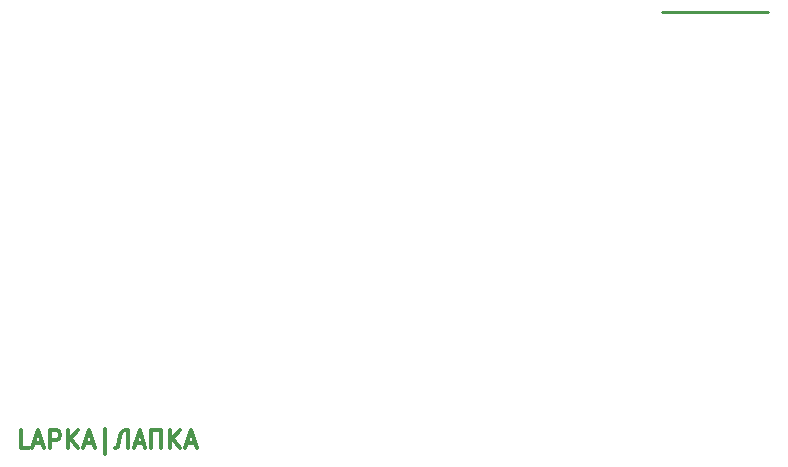
<source format=gto>
G04 #@! TF.GenerationSoftware,KiCad,Pcbnew,8.0.7*
G04 #@! TF.CreationDate,2025-03-14T09:47:22+07:00*
G04 #@! TF.ProjectId,Lapka,4c61706b-612e-46b6-9963-61645f706362,rev?*
G04 #@! TF.SameCoordinates,Original*
G04 #@! TF.FileFunction,Legend,Top*
G04 #@! TF.FilePolarity,Positive*
%FSLAX46Y46*%
G04 Gerber Fmt 4.6, Leading zero omitted, Abs format (unit mm)*
G04 Created by KiCad (PCBNEW 8.0.7) date 2025-03-14 09:47:22*
%MOMM*%
%LPD*%
G01*
G04 APERTURE LIST*
%ADD10C,0.300000*%
%ADD11C,0.254000*%
%ADD12C,5.050000*%
%ADD13C,2.200000*%
%ADD14R,1.400000X1.700000*%
%ADD15C,1.600000*%
G04 APERTURE END LIST*
D10*
X137502143Y-94658328D02*
X136787857Y-94658328D01*
X136787857Y-94658328D02*
X136787857Y-93158328D01*
X137930715Y-94229757D02*
X138645001Y-94229757D01*
X137787858Y-94658328D02*
X138287858Y-93158328D01*
X138287858Y-93158328D02*
X138787858Y-94658328D01*
X139287857Y-94658328D02*
X139287857Y-93158328D01*
X139287857Y-93158328D02*
X139859286Y-93158328D01*
X139859286Y-93158328D02*
X140002143Y-93229757D01*
X140002143Y-93229757D02*
X140073572Y-93301185D01*
X140073572Y-93301185D02*
X140145000Y-93444042D01*
X140145000Y-93444042D02*
X140145000Y-93658328D01*
X140145000Y-93658328D02*
X140073572Y-93801185D01*
X140073572Y-93801185D02*
X140002143Y-93872614D01*
X140002143Y-93872614D02*
X139859286Y-93944042D01*
X139859286Y-93944042D02*
X139287857Y-93944042D01*
X140787857Y-94658328D02*
X140787857Y-93158328D01*
X141645000Y-94658328D02*
X141002143Y-93801185D01*
X141645000Y-93158328D02*
X140787857Y-94015471D01*
X142216429Y-94229757D02*
X142930715Y-94229757D01*
X142073572Y-94658328D02*
X142573572Y-93158328D01*
X142573572Y-93158328D02*
X143073572Y-94658328D01*
X143930714Y-95158328D02*
X143930714Y-93015471D01*
X145859285Y-94658328D02*
X145859285Y-93158328D01*
X145859285Y-93158328D02*
X145645000Y-93158328D01*
X145645000Y-93158328D02*
X145430714Y-93229757D01*
X145430714Y-93229757D02*
X145287857Y-93372614D01*
X145287857Y-93372614D02*
X145216428Y-93586900D01*
X145216428Y-93586900D02*
X145073571Y-94444042D01*
X145073571Y-94444042D02*
X145002142Y-94586900D01*
X145002142Y-94586900D02*
X144859285Y-94658328D01*
X144859285Y-94658328D02*
X144787857Y-94658328D01*
X146502143Y-94229757D02*
X147216429Y-94229757D01*
X146359286Y-94658328D02*
X146859286Y-93158328D01*
X146859286Y-93158328D02*
X147359286Y-94658328D01*
X147859285Y-94658328D02*
X147859285Y-93158328D01*
X147859285Y-93158328D02*
X148716428Y-93158328D01*
X148716428Y-93158328D02*
X148716428Y-94658328D01*
X149430714Y-94658328D02*
X149430714Y-93158328D01*
X150287857Y-94658328D02*
X149645000Y-93801185D01*
X150287857Y-93158328D02*
X149430714Y-94015471D01*
X150859286Y-94229757D02*
X151573572Y-94229757D01*
X150716429Y-94658328D02*
X151216429Y-93158328D01*
X151216429Y-93158328D02*
X151716429Y-94658328D01*
D11*
G04 #@! TO.C,U2*
X191080010Y-57737560D02*
X191130000Y-57737560D01*
X191080010Y-57737560D02*
X191130000Y-57737560D01*
X191130000Y-57737560D02*
X200079990Y-57737560D01*
X191130000Y-57737560D02*
X200079990Y-57737560D01*
G04 #@! TD*
%LPC*%
D12*
G04 #@! TO.C,SW6*
X97829107Y-95014189D03*
D13*
X95811188Y-89470003D03*
X91830967Y-93153458D03*
X101227894Y-89733256D03*
G04 #@! TD*
D12*
G04 #@! TO.C,SW4*
X150420102Y-53866100D03*
D13*
X150934321Y-59743649D03*
X155732267Y-57215861D03*
X145770320Y-58087419D03*
G04 #@! TD*
D12*
G04 #@! TO.C,SW5*
X172090001Y-57919998D03*
D13*
X172090001Y-63819998D03*
X177090001Y-61719998D03*
X167090001Y-61719998D03*
G04 #@! TD*
D12*
G04 #@! TO.C,SW13*
X134383402Y-85199796D03*
D13*
X133358878Y-79389430D03*
X128799500Y-82325767D03*
X138647578Y-80589286D03*
G04 #@! TD*
D14*
G04 #@! TO.C,REF\u002A\u002A*
X193879999Y-74269998D03*
X193880002Y-67969999D03*
X197480002Y-74269999D03*
X197479999Y-67969999D03*
G04 #@! TD*
D15*
G04 #@! TO.C,U2*
X187960000Y-62230000D03*
X187960000Y-64770000D03*
X187960000Y-67310000D03*
X187960000Y-69850000D03*
X187960000Y-72390000D03*
X187960000Y-74930000D03*
X187960000Y-77470000D03*
X187960000Y-80010000D03*
X187960000Y-82550000D03*
X187960000Y-85090000D03*
X187960000Y-87630000D03*
X187960000Y-90170000D03*
X203200010Y-62229990D03*
X203200010Y-64769990D03*
X203200010Y-67309990D03*
X203200010Y-69849990D03*
X203200010Y-72389990D03*
X203200010Y-74929990D03*
X203200010Y-77469990D03*
X203200010Y-80009990D03*
X203200010Y-82549990D03*
X203200010Y-85089990D03*
X203200010Y-87629990D03*
X203200010Y-90169990D03*
X187960000Y-59690000D03*
X203200010Y-59689990D03*
G04 #@! TD*
D12*
G04 #@! TO.C,SW3*
X128479404Y-51716295D03*
D13*
X129503928Y-57526661D03*
X134063306Y-54590324D03*
X124215228Y-56326805D03*
G04 #@! TD*
D12*
G04 #@! TO.C,SW7*
X112997102Y-77661401D03*
D13*
X111470070Y-71962439D03*
X107183960Y-75284978D03*
X116843219Y-72696788D03*
G04 #@! TD*
D12*
G04 #@! TO.C,SW12*
X117396999Y-94082091D03*
D13*
X115869967Y-88383129D03*
X111583857Y-91705668D03*
X121243116Y-89117478D03*
G04 #@! TD*
D12*
G04 #@! TO.C,SW17*
X181814900Y-113672093D03*
D13*
X182329119Y-107794544D03*
X177165118Y-109450774D03*
X187127065Y-110322332D03*
G04 #@! TD*
D12*
G04 #@! TO.C,SW10*
X172090008Y-74919990D03*
D13*
X172090008Y-69019990D03*
X167090008Y-71119990D03*
X177090008Y-71119990D03*
G04 #@! TD*
D12*
G04 #@! TO.C,SW1*
X92014809Y-79039394D03*
D13*
X94032728Y-84583580D03*
X98012949Y-80900125D03*
X88616022Y-84320327D03*
G04 #@! TD*
D12*
G04 #@! TO.C,SW2*
X108597107Y-61240697D03*
D13*
X110124139Y-66939659D03*
X114410249Y-63617120D03*
X104750990Y-66205310D03*
G04 #@! TD*
D12*
G04 #@! TO.C,SW18*
X200933190Y-117043093D03*
D13*
X202460222Y-111344131D03*
X197087073Y-112078480D03*
X206746332Y-114666670D03*
G04 #@! TD*
D12*
G04 #@! TO.C,SW15*
X172090003Y-91919996D03*
D13*
X172090003Y-86019996D03*
X167090003Y-88119996D03*
X177090003Y-88119996D03*
G04 #@! TD*
D12*
G04 #@! TO.C,SW11*
X103643400Y-110988987D03*
D13*
X101625481Y-105444801D03*
X97645260Y-109128256D03*
X107042187Y-105708054D03*
G04 #@! TD*
D12*
G04 #@! TO.C,SW9*
X151901803Y-70801395D03*
D13*
X151387584Y-64923846D03*
X146589638Y-67451634D03*
X156551585Y-66580076D03*
G04 #@! TD*
D12*
G04 #@! TO.C,SW8*
X131431401Y-68458093D03*
D13*
X130406877Y-62647727D03*
X125847499Y-65584064D03*
X135695577Y-63847583D03*
G04 #@! TD*
D12*
G04 #@! TO.C,SW14*
X153383410Y-87736697D03*
D13*
X152869191Y-81859148D03*
X148071245Y-84386936D03*
X158033192Y-83515378D03*
G04 #@! TD*
D12*
G04 #@! TO.C,SW16*
X162401804Y-113672096D03*
D13*
X161887585Y-107794547D03*
X157089639Y-110322335D03*
X167051586Y-109450777D03*
G04 #@! TD*
%LPD*%
M02*

</source>
